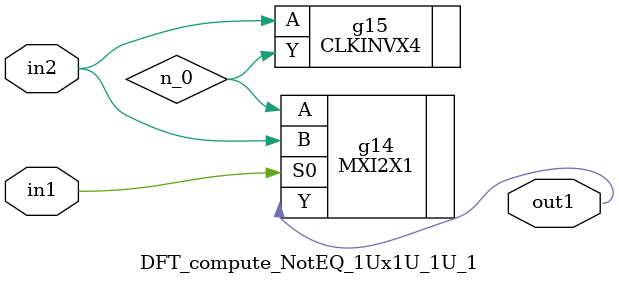
<source format=v>
`timescale 1ps / 1ps


module DFT_compute_NotEQ_1Ux1U_1U_1(in2, in1, out1);
  input in2, in1;
  output out1;
  wire in2, in1;
  wire out1;
  wire n_0;
  MXI2X1 g14(.A (n_0), .B (in2), .S0 (in1), .Y (out1));
  CLKINVX4 g15(.A (in2), .Y (n_0));
endmodule


</source>
